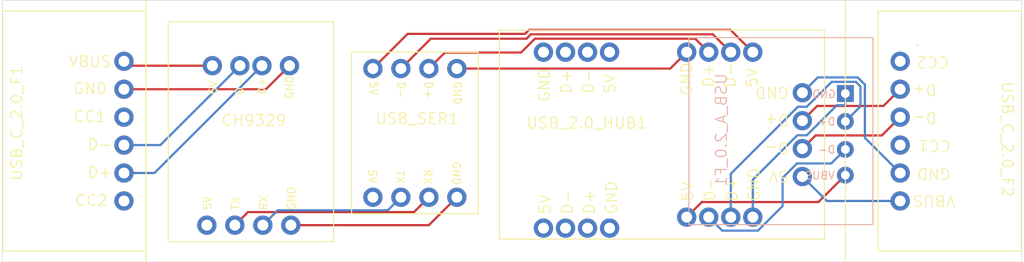
<source format=kicad_pcb>
(kicad_pcb (version 20241229) (generator "pcbnew") (generator_version "9.0")
  (layers (0 "F.Cu" signal) (2 "B.Cu" signal) (13 "F.Paste" user) (15 "B.Paste" user) (5 "F.SilkS" user "F.Silkscreen") (7 "B.SilkS" user "B.Silkscreen") (1 "F.Mask" user) (3 "B.Mask" user) (25 "Edge.Cuts" user))
  (net 0 "")
  (net 1 "Net-(USB_C_2.0_F1-GND)")
  (net 2 "Net-(USB_C_2.0_F1-VBUS)")
  (net 3 "Net-(USB_2.0_HUB1-GND-Pad5)")
  (net 5 "Net-(USB_A_2.0_F1-GND)")
  (net 6 "Net-(USB_C_2.0_F2-GND)")
  (net 8 "Net-(USB_C_2.0_F2-VBUS)")
  (net 9 "Net-(USB_A_2.0_F1-VBUS)")
  (net 10 "Net-(CH9329-GND-Pad8)")
  (net 11 "Net-(CH9329-D+)")
  (net 13 "Net-(CH9329-RX)")
  (net 14 "Net-(USB_C_2.0_F2-D-)")
  (net 15 "Net-(CH9329-TX)")
  (net 16 "Net-(CH9329-D-)")
  (net 18 "Net-(USB_A_2.0_F1-D+)")
  (net 19 "Net-(USB_2.0_HUB1-5v-Pad8)")
  (net 21 "Net-(USB_C_2.0_F2-D+)")
  (net 23 "Net-(USB_SER1-D+)")
  (net 25 "Net-(USB_SER1-D-)")
  (net 28 "Net-(USB_A_2.0_F1-D-)")
  (footprint "breakout-components:CH340_TO_USB_2.0" (layer "F.Cu") (at 151.68 92.91 180)
    (property "Reference" "USB_SER1" (at 5.55 8.65 0) (layer "F.SilkS") (effects (font (thickness 0.1))))
    (property "Value" "~")
    (fp_rect (start 0 0) (end 11.5 14.7) (stroke (width 0.1)) (fill no) (layer "F.SilkS"))
    (fp_text user "GND" (at 2.32 12.1 270) (layer "F.SilkS") (effects (font (size 0.7 0.7) (thickness 0.1)) (justify left bottom)))
    (fp_text user "5V" (at 10.02 4.1 270) (layer "F.SilkS") (effects (font (size 0.7 0.7) (thickness 0.1)) (justify left bottom)))
    (fp_text user "GND" (at 2.4 4.8 270) (layer "F.SilkS") (effects (font (size 0.7 0.7) (thickness 0.1)) (justify left bottom)))
    (fp_text user "5V" (at 9.92 12.1 270) (layer "F.SilkS") (effects (font (size 0.7 0.7) (thickness 0.1)) (justify left bottom)))
    (fp_text user "RX" (at 5 4.1 270) (layer "F.SilkS") (effects (font (size 0.7 0.7) (thickness 0.1)) (justify left bottom)))
    (fp_text user "D-" (at 7.42 12.1 270) (layer "F.SilkS") (effects (font (size 0.7 0.7) (thickness 0.1)) (justify left bottom)))
    (fp_text user "TX" (at 7.5 4 270) (layer "F.SilkS") (effects (font (size 0.7 0.7) (thickness 0.1)) (justify left bottom)))
    (fp_text user "D+" (at 4.92 12.1 270) (layer "F.SilkS") (effects (font (size 0.7 0.7) (thickness 0.1)) (justify left bottom)))
    (pad "1" thru_hole circle (at 1.94 1.5 180) (size 1.75 1.75) (drill 1) (layers "*.Cu" "*.Mask") (net 10 "Net-(CH9329-GND-Pad8)"))
    (pad "2" thru_hole circle (at 4.48 1.5 180) (size 1.75 1.75) (drill 1) (layers "*.Cu" "*.Mask") (net 15 "Net-(CH9329-TX)"))
    (pad "3" thru_hole circle (at 7.02 1.5 180) (size 1.75 1.75) (drill 1) (layers "*.Cu" "*.Mask") (net 13 "Net-(CH9329-RX)"))
    (pad "4" thru_hole circle (at 9.56 1.5 180) (size 1.75 1.75) (drill 1) (layers "*.Cu" "*.Mask"))
    (pad "5" thru_hole circle (at 1.94 13.2 180) (size 1.75 1.75) (drill 1) (layers "*.Cu" "*.Mask") (net 3 "Net-(USB_2.0_HUB1-GND-Pad5)"))
    (pad "6" thru_hole circle (at 4.48 13.2 180) (size 1.75 1.75) (drill 1) (layers "*.Cu" "*.Mask") (net 23 "Net-(USB_SER1-D+)"))
    (pad "7" thru_hole circle (at 7.02 13.2 180) (size 1.75 1.75) (drill 1) (layers "*.Cu" "*.Mask") (net 25 "Net-(USB_SER1-D-)"))
    (pad "8" thru_hole circle (at 9.56 13.2 180) (size 1.75 1.75) (drill 1) (layers "*.Cu" "*.Mask") (net 19 "Net-(USB_2.0_HUB1-5v-Pad8)"))
  )
  (footprint "breakout-components:USB_C_2.0_F" (layer "F.Cu") (at 108.525 74.5)
    (property "Reference" "USB_C_2.0_F1" (at 1.27 10.16 90) (layer "F.SilkS") (effects (font (thickness 0.1))))
    (property "Value" "~")
    (fp_rect (start 0 0) (end 13 21.8) (stroke (width 0.1)) (fill no) (layer "F.SilkS"))
    (fp_text user "CC2" (at 6.5 17.78 0) (layer "F.SilkS") (effects (font (thickness 0.1)) (justify left bottom)))
    (fp_text user "GND" (at 6.35 7.62 0) (layer "F.SilkS") (effects (font (thickness 0.1)) (justify left bottom)))
    (fp_text user "D+" (at 7.62 15.24 0) (layer "F.SilkS") (effects (font (thickness 0.1)) (justify left bottom)))
    (fp_text user "CC1" (at 6.35 10.16 0) (layer "F.SilkS") (effects (font (thickness 0.1)) (justify left bottom)))
    (fp_text user "D-" (at 7.62 12.7 0) (layer "F.SilkS") (effects (font (thickness 0.1)) (justify left bottom)))
    (fp_text user "VBUS" (at 5.932742 5.166955 0) (layer "F.SilkS") (effects (font (thickness 0.1)) (justify left bottom)))
    (pad "1" thru_hole circle (at 11 4.55) (size 1.75 1.75) (drill 1) (layers "*.Cu" "*.Mask") (net 2 "Net-(USB_C_2.0_F1-VBUS)"))
    (pad "2" thru_hole circle (at 11 7.09) (size 1.75 1.75) (drill 1) (layers "*.Cu" "*.Mask") (net 1 "Net-(USB_C_2.0_F1-GND)"))
    (pad "3" thru_hole circle (at 11 9.63) (size 1.75 1.75) (drill 1) (layers "*.Cu" "*.Mask"))
    (pad "4" thru_hole circle (at 11 12.17) (size 1.75 1.75) (drill 1) (layers "*.Cu" "*.Mask") (net 16 "Net-(CH9329-D-)"))
    (pad "5" thru_hole circle (at 11 14.71) (size 1.75 1.75) (drill 1) (layers "*.Cu" "*.Mask") (net 11 "Net-(CH9329-D+)"))
    (pad "6" thru_hole circle (at 11 17.25) (size 1.75 1.75) (drill 1) (layers "*.Cu" "*.Mask"))
  )
  (footprint "breakout-components:USB_2.0_HUB" (layer "F.Cu") (at 153.6 95.22 90)
    (property "Reference" "USB_2.0_HUB1" (at 10.56 7.93 0) (layer "F.SilkS") (effects (font (thickness 0.1))))
    (property "Value" "~")
    (fp_rect (start 0 0) (end 19 29.5) (stroke (width 0.1)) (fill no) (layer "F.SilkS"))
    (fp_text user "5V" (at 13.7128 23.528847 90) (layer "F.SilkS") (effects (font (thickness 0.1)) (justify left bottom)))
    (fp_text user "D-" (at 3.357694 19.696759 90) (layer "F.SilkS") (effects (font (thickness 0.1)) (justify left bottom)))
    (fp_text user "D+" (at 2.190921 8.745585 90) (layer "F.SilkS") (effects (font (thickness 0.1)) (justify left bottom)))
    (fp_text user "D+" (at 13.711785 19.565455 90) (layer "F.SilkS") (effects (font (thickness 0.1)) (justify left bottom)))
    (fp_text user "GND" (at 12.96505 17.574163 90) (layer "F.SilkS") (effects (font (thickness 0.1)) (justify left bottom)))
    (fp_text user "GND" (at 2.190921 10.745585 90) (layer "F.SilkS") (effects (font (thickness 0.1)) (justify left bottom)))
    (fp_text user "GND" (at 13.922734 26.327746 180) (layer "F.SilkS") (effects (font (thickness 0.1)) (justify left bottom)))
    (fp_text user "5V" (at 3.352694 17.676759 90) (layer "F.SilkS") (effects (font (thickness 0.1)) (justify left bottom)))
    (fp_text user "5V" (at 13.15275 10.624684 90) (layer "F.SilkS") (effects (font (thickness 0.1)) (justify left bottom)))
    (fp_text user "D+" (at 13.151735 6.661292 90) (layer "F.SilkS") (effects (font (thickness 0.1)) (justify left bottom)))
    (fp_text user "GND" (at 12.405 4.67 90) (layer "F.SilkS") (effects (font (thickness 0.1)) (justify left bottom)))
    (fp_text user "GND" (at 3.357694 23.696759 90) (layer "F.SilkS") (effects (font (thickness 0.1)) (justify left bottom)))
    (fp_text user "D-" (at 13.7128 21.528847 90) (layer "F.SilkS") (effects (font (thickness 0.1)) (justify left bottom)))
    (fp_text user "D-" (at 8.882276 26.327746 180) (layer "F.SilkS") (effects (font (thickness 0.1)) (justify left bottom)))
    (fp_text user "5V" (at 6.315377 26.327746 180) (layer "F.SilkS") (effects (font (thickness 0.1)) (justify left bottom)))
    (fp_text user "D-" (at 13.15275 8.624684 90) (layer "F.SilkS") (effects (font (thickness 0.1)) (justify left bottom)))
    (fp_text user "D-" (at 2.190921 6.745585 90) (layer "F.SilkS") (effects (font (thickness 0.1)) (justify left bottom)))
    (fp_text user "D+" (at 3.357694 21.696759 90) (layer "F.SilkS") (effects (font (thickness 0.1)) (justify left bottom)))
    (fp_text user "D+" (at 11.433619 26.35886 180) (layer "F.SilkS") (effects (font (thickness 0.1)) (justify left bottom)))
    (fp_text user "5V" (at 2.185921 4.725585 90) (layer "F.SilkS") (effects (font (thickness 0.1)) (justify left bottom)))
    (pad "1" thru_hole circle (at 17 4 90) (size 1.75 1.75) (drill 1) (layers "*.Cu" "*.Mask"))
    (pad "2" thru_hole circle (at 17 6 90) (size 1.75 1.75) (drill 1) (layers "*.Cu" "*.Mask"))
    (pad "3" thru_hole circle (at 17 8 90) (size 1.75 1.75) (drill 1) (layers "*.Cu" "*.Mask"))
    (pad "4" thru_hole circle (at 17 10 90) (size 1.75 1.75) (drill 1) (layers "*.Cu" "*.Mask"))
    (pad "5" thru_hole circle (at 17 17 90) (size 1.75 1.75) (drill 1) (layers "*.Cu" "*.Mask") (net 3 "Net-(USB_2.0_HUB1-GND-Pad5)"))
    (pad "6" thru_hole circle (at 17 19 90) (size 1.75 1.75) (drill 1) (layers "*.Cu" "*.Mask") (net 23 "Net-(USB_SER1-D+)"))
    (pad "7" thru_hole circle (at 17 21 90) (size 1.75 1.75) (drill 1) (layers "*.Cu" "*.Mask") (net 25 "Net-(USB_SER1-D-)"))
    (pad "8" thru_hole circle (at 17 23 90) (size 1.75 1.75) (drill 1) (layers "*.Cu" "*.Mask") (net 19 "Net-(USB_2.0_HUB1-5v-Pad8)"))
    (pad "9" thru_hole circle (at 13.31 27.5 90) (size 1.75 1.75) (drill 1) (layers "*.Cu" "*.Mask") (net 6 "Net-(USB_C_2.0_F2-GND)"))
    (pad "10" thru_hole circle (at 10.77 27.5 90) (size 1.75 1.75) (drill 1) (layers "*.Cu" "*.Mask") (net 21 "Net-(USB_C_2.0_F2-D+)"))
    (pad "11" thru_hole circle (at 8.23 27.5 90) (size 1.75 1.75) (drill 1) (layers "*.Cu" "*.Mask") (net 14 "Net-(USB_C_2.0_F2-D-)"))
    (pad "12" thru_hole circle (at 5.69 27.5 90) (size 1.75 1.75) (drill 1) (layers "*.Cu" "*.Mask") (net 8 "Net-(USB_C_2.0_F2-VBUS)"))
    (pad "13" thru_hole circle (at 2 23 90) (size 1.75 1.75) (drill 1) (layers "*.Cu" "*.Mask") (net 5 "Net-(USB_A_2.0_F1-GND)"))
    (pad "14" thru_hole circle (at 2 21 90) (size 1.75 1.75) (drill 1) (layers "*.Cu" "*.Mask") (net 18 "Net-(USB_A_2.0_F1-D+)"))
    (pad "15" thru_hole circle (at 2 19 90) (size 1.75 1.75) (drill 1) (layers "*.Cu" "*.Mask") (net 28 "Net-(USB_A_2.0_F1-D-)"))
    (pad "16" thru_hole circle (at 2 17 90) (size 1.75 1.75) (drill 1) (layers "*.Cu" "*.Mask") (net 9 "Net-(USB_A_2.0_F1-VBUS)"))
    (pad "17" thru_hole circle (at 1 10 90) (size 1.75 1.75) (drill 1) (layers "*.Cu" "*.Mask"))
    (pad "18" thru_hole circle (at 1 8 90) (size 1.75 1.75) (drill 1) (layers "*.Cu" "*.Mask"))
    (pad "19" thru_hole circle (at 1 6 90) (size 1.75 1.75) (drill 1) (layers "*.Cu" "*.Mask"))
    (pad "20" thru_hole circle (at 1 4 90) (size 1.75 1.75) (drill 1) (layers "*.Cu" "*.Mask"))
  )
  (footprint "breakout-components:CH9329_UART_TO_USB_2.0" (layer "F.Cu") (at 123.55 75.45)
    (property "Reference" "CH9329" (at 7.76 8.97 0) (layer "F.SilkS") (effects (font (thickness 0.1))))
    (property "Value" "~")
    (fp_rect (start 0 0) (end 15 20) (stroke (width 0.1)) (fill no) (layer "F.SilkS"))
    (fp_text user "GND" (at 11.6 17.2 90) (layer "F.SilkS") (effects (font (size 0.7 0.7) (thickness 0.1)) (justify left bottom)))
    (fp_text user "5V" (at 4.5 6.7 90) (layer "F.SilkS") (effects (font (size 0.7 0.7) (thickness 0.1)) (justify left bottom)))
    (fp_text user "RX" (at 9.06 17.2 90) (layer "F.SilkS") (effects (font (size 0.7 0.7) (thickness 0.1)) (justify left bottom)))
    (fp_text user "D-" (at 6.9 6.7 90) (layer "F.SilkS") (effects (font (size 0.7 0.7) (thickness 0.1)) (justify left bottom)))
    (fp_text user "5V" (at 3.98 17.2 90) (layer "F.SilkS") (effects (font (size 0.7 0.7) (thickness 0.1)) (justify left bottom)))
    (fp_text user "D+" (at 8.9 6.7 90) (layer "F.SilkS") (effects (font (size 0.7 0.7) (thickness 0.1)) (justify left bottom)))
    (fp_text user "TX" (at 6.52 17.2 90) (layer "F.SilkS") (effects (font (size 0.7 0.7) (thickness 0.1)) (justify left bottom)))
    (fp_text user "GND" (at 11.4 7.1 90) (layer "F.SilkS") (effects (font (size 0.7 0.7) (thickness 0.1)) (justify left bottom)))
    (pad "1" thru_hole circle (at 4 4) (size 1.75 1.75) (drill 1) (layers "*.Cu" "*.Mask") (net 2 "Net-(USB_C_2.0_F1-VBUS)"))
    (pad "2" thru_hole circle (at 6.5 4) (size 1.75 1.75) (drill 1) (layers "*.Cu" "*.Mask") (net 16 "Net-(CH9329-D-)"))
    (pad "3" thru_hole circle (at 8.5 4) (size 1.75 1.75) (drill 1) (layers "*.Cu" "*.Mask") (net 11 "Net-(CH9329-D+)"))
    (pad "4" thru_hole circle (at 11 4) (size 1.75 1.75) (drill 1) (layers "*.Cu" "*.Mask") (net 1 "Net-(USB_C_2.0_F1-GND)"))
    (pad "5" thru_hole circle (at 3.5 18.5) (size 1.75 1.75) (drill 1) (layers "*.Cu" "*.Mask"))
    (pad "6" thru_hole circle (at 6.04 18.5) (size 1.75 1.75) (drill 1) (layers "*.Cu" "*.Mask") (net 15 "Net-(CH9329-TX)"))
    (pad "7" thru_hole circle (at 8.58 18.5) (size 1.75 1.75) (drill 1) (layers "*.Cu" "*.Mask") (net 13 "Net-(CH9329-RX)"))
    (pad "8" thru_hole circle (at 11.12 18.5) (size 1.75 1.75) (drill 1) (layers "*.Cu" "*.Mask") (net 10 "Net-(CH9329-GND-Pad8)"))
  )
  (footprint "breakout-components:USB_C_2.0_F" (layer "F.Cu") (at 200.975 96.3 180)
    (property "Reference" "USB_C_2.0_F2" (at 1.27 10.16 270) (layer "F.SilkS") (effects (font (thickness 0.1))))
    (property "Value" "~")
    (fp_rect (start 0 0) (end 13 21.8) (stroke (width 0.1)) (fill no) (layer "F.SilkS"))
    (fp_text user "GND" (at 6.35 7.62 180) (layer "F.SilkS") (effects (font (thickness 0.1)) (justify left bottom)))
    (fp_text user "CC2" (at 6.5 17.78 180) (layer "F.SilkS") (effects (font (thickness 0.1)) (justify left bottom)))
    (fp_text user "CC1" (at 6.35 10.16 180) (layer "F.SilkS") (effects (font (thickness 0.1)) (justify left bottom)))
    (fp_text user "D-" (at 7.62 12.7 180) (layer "F.SilkS") (effects (font (thickness 0.1)) (justify left bottom)))
    (fp_text user "D+" (at 7.62 15.24 180) (layer "F.SilkS") (effects (font (thickness 0.1)) (justify left bottom)))
    (fp_text user "VBUS" (at 5.932742 5.166955 180) (layer "F.SilkS") (effects (font (thickness 0.1)) (justify left bottom)))
    (pad "1" thru_hole circle (at 11 4.55 180) (size 1.75 1.75) (drill 1) (layers "*.Cu" "*.Mask") (net 8 "Net-(USB_C_2.0_F2-VBUS)"))
    (pad "2" thru_hole circle (at 11 7.09 180) (size 1.75 1.75) (drill 1) (layers "*.Cu" "*.Mask") (net 6 "Net-(USB_C_2.0_F2-GND)"))
    (pad "3" thru_hole circle (at 11 9.63 180) (size 1.75 1.75) (drill 1) (layers "*.Cu" "*.Mask"))
    (pad "4" thru_hole circle (at 11 12.17 180) (size 1.75 1.75) (drill 1) (layers "*.Cu" "*.Mask") (net 14 "Net-(USB_C_2.0_F2-D-)"))
    (pad "5" thru_hole circle (at 11 14.71 180) (size 1.75 1.75) (drill 1) (layers "*.Cu" "*.Mask") (net 21 "Net-(USB_C_2.0_F2-D+)"))
    (pad "6" thru_hole circle (at 11 17.25 180) (size 1.75 1.75) (drill 1) (layers "*.Cu" "*.Mask"))
  )
  (footprint "breakout-components:USB_A_2.0_F" (layer "B.Cu") (at 170.8 76.9 -90)
    (property "Reference" "USB_A_2.0_F1" (at 8.399999 -2.939114 90) (layer "B.SilkS") (effects (font (thickness 0.1)) (justify mirror)))
    (property "Value" "~")
    (fp_line (start 0 0) (end 17 0) (stroke (width 0.1)) (layer "B.SilkS"))
    (fp_line (start 17 0) (end 17 -16.7) (stroke (width 0.1)) (layer "B.SilkS"))
    (fp_line (start 0 -16.7) (end 0 0) (stroke (width 0.1)) (layer "B.SilkS"))
    (fp_line (start 17 -16.7) (end 0 -16.7) (stroke (width 0.1)) (layer "B.SilkS"))
    (fp_rect (start 0.7 -20.7) (end 0.7 -20.8) (stroke (width 0.1)) (fill no) (layer "B.SilkS"))
    (fp_text user "GND" (at 5.55 -13.4 0) (layer "B.SilkS") (effects (font (size 0.7 0.7) (thickness 0.1)) (justify left bottom mirror)))
    (fp_text user "VBUS" (at 12.95 -13.3 0) (layer "B.SilkS") (effects (font (size 0.7 0.7) (thickness 0.1)) (justify left bottom mirror)))
    (fp_text user "D-" (at 10.6 -13.35 0) (layer "B.SilkS") (effects (font (size 0.7 0.7) (thickness 0.1)) (justify left bottom mirror)))
    (fp_text user "D+" (at 8.05 -13.35 0) (layer "B.SilkS") (effects (font (size 0.7 0.7) (thickness 0.1)) (justify left bottom mirror)))
    (pad "1" thru_hole rect (at 5.08 -14.2 270) (size 1.524 1.524) (drill 0.8) (layers "*.Cu" "*.Mask") (net 5 "Net-(USB_A_2.0_F1-GND)"))
    (pad "2" thru_hole circle (at 7.62 -14.2 270) (size 1.524 1.524) (drill 0.8) (layers "*.Cu" "*.Mask") (net 18 "Net-(USB_A_2.0_F1-D+)"))
    (pad "3" thru_hole circle (at 10.16 -14.2 270) (size 1.524 1.524) (drill 0.8) (layers "*.Cu" "*.Mask") (net 28 "Net-(USB_A_2.0_F1-D-)"))
    (pad "4" thru_hole circle (at 12.5 -14.2 270) (size 1.524 1.524) (drill 0.8) (layers "*.Cu" "*.Mask") (net 9 "Net-(USB_A_2.0_F1-VBUS)"))
  )
  (gr_line (start 185 89.6) (end 185 73.53) (stroke (width 0.1)) (layer "F.SilkS"))
  (gr_line (start 121.525 97.27) (end 121.525 73.53) (stroke (width 0.1)) (layer "F.SilkS"))
  (gr_line (start 185 89.6) (end 185 97.27) (stroke (width 0.1)) (layer "F.SilkS"))
  (gr_rect (start 108.5 73.5) (end 201 97.3) (stroke (width 0.05)) (fill no) (layer "Edge.Cuts"))
  (segment (start 132.41 81.59) (end 134.55 79.45) (width 0.2) (layer "F.Cu") (net 1))
  (segment (start 119.525 81.59) (end 132.41 81.59) (width 0.2) (layer "F.Cu") (net 1))
  (segment (start 127.55 79.45) (end 119.925 79.45) (width 0.2) (layer "F.Cu") (net 2))
  (segment (start 119.925 79.45) (end 119.525 79.05) (width 0.2) (layer "F.Cu") (net 2))
  (segment (start 170.6 78.22) (end 169.11 79.71) (width 0.2) (layer "F.Cu") (net 3))
  (segment (start 169.11 79.71) (end 149.74 79.71) (width 0.2) (layer "F.Cu") (net 3))
  (segment (start 184.2303 83.0437) (end 185 83.0437) (width 0.2) (layer "B.Cu") (net 5))
  (segment (start 176.6 89.8152) (end 180.6367 85.7785) (width 0.2) (layer "B.Cu") (net 5))
  (segment (start 176.6 93.22) (end 176.6 89.8152) (width 0.2) (layer "B.Cu") (net 5))
  (segment (start 180.6367 85.7785) (end 181.4955 85.7785) (width 0.2) (layer "B.Cu") (net 5))
  (segment (start 181.4955 85.7785) (end 184.2303 83.0437) (width 0.2) (layer "B.Cu") (net 5))
  (segment (start 185 81.98) (end 185 83.0437) (width 0.2) (layer "B.Cu") (net 5))
  (segment (start 186.1176 80.5146) (end 182.4954 80.5146) (width 0.2) (layer "B.Cu") (net 6))
  (segment (start 186.7724 86.0074) (end 186.7724 81.1694) (width 0.2) (layer "B.Cu") (net 6))
  (segment (start 189.975 89.21) (end 186.7724 86.0074) (width 0.2) (layer "B.Cu") (net 6))
  (segment (start 182.4954 80.5146) (end 181.1 81.91) (width 0.2) (layer "B.Cu") (net 6))
  (segment (start 186.7724 81.1694) (end 186.1176 80.5146) (width 0.2) (layer "B.Cu") (net 6))
  (segment (start 189.975 91.75) (end 183.32 91.75) (width 0.2) (layer "B.Cu") (net 8))
  (segment (start 183.32 91.75) (end 181.1 89.53) (width 0.2) (layer "B.Cu") (net 8))
  (segment (start 170.6 93.22) (end 171.972 91.848) (width 0.2) (layer "F.Cu") (net 9))
  (segment (start 182.552 91.848) (end 185 89.4) (width 0.2) (layer "F.Cu") (net 9))
  (segment (start 171.972 91.848) (end 182.552 91.848) (width 0.2) (layer "F.Cu") (net 9))
  (segment (start 147.2 93.95) (end 149.74 91.41) (width 0.2) (layer "F.Cu") (net 10))
  (segment (start 134.67 93.95) (end 147.2 93.95) (width 0.2) (layer "F.Cu") (net 10))
  (segment (start 122.29 89.21) (end 119.525 89.21) (width 0.2) (layer "B.Cu") (net 11))
  (segment (start 132.05 79.45) (end 122.29 89.21) (width 0.2) (layer "B.Cu") (net 11))
  (segment (start 143.4689 92.6011) (end 133.4789 92.6011) (width 0.2) (layer "B.Cu") (net 13))
  (segment (start 133.4789 92.6011) (end 132.13 93.95) (width 0.2) (layer "B.Cu") (net 13))
  (segment (start 144.66 91.41) (end 143.4689 92.6011) (width 0.2) (layer "B.Cu") (net 13))
  (segment (start 188.315 85.79) (end 189.975 84.13) (width 0.2) (layer "F.Cu") (net 14))
  (segment (start 182.3 85.79) (end 188.315 85.79) (width 0.2) (layer "F.Cu") (net 14))
  (segment (start 181.1 86.99) (end 182.3 85.79) (width 0.2) (layer "F.Cu") (net 14))
  (segment (start 129.59 93.95) (end 130.7787 92.7613) (width 0.2) (layer "F.Cu") (net 15))
  (segment (start 130.7787 92.7613) (end 145.8487 92.7613) (width 0.2) (layer "F.Cu") (net 15))
  (segment (start 145.8487 92.7613) (end 147.2 91.41) (width 0.2) (layer "F.Cu") (net 15))
  (segment (start 122.83 86.67) (end 119.525 86.67) (width 0.2) (layer "B.Cu") (net 16))
  (segment (start 130.05 79.45) (end 122.83 86.67) (width 0.2) (layer "B.Cu") (net 16))
  (segment (start 181.4991 83.18) (end 183.7628 80.9163) (width 0.2) (layer "B.Cu") (net 18))
  (segment (start 183.7628 80.9163) (end 185.9513 80.9163) (width 0.2) (layer "B.Cu") (net 18))
  (segment (start 174.6 93.22) (end 174.6 89.2796) (width 0.2) (layer "B.Cu") (net 18))
  (segment (start 186.3707 81.3357) (end 186.3707 83.1493) (width 0.2) (layer "B.Cu") (net 18))
  (segment (start 185.9513 80.9163) (end 186.3707 81.3357) (width 0.2) (layer "B.Cu") (net 18))
  (segment (start 180.6996 83.18) (end 181.4991 83.18) (width 0.2) (layer "B.Cu") (net 18))
  (segment (start 174.6 89.2796) (end 180.6996 83.18) (width 0.2) (layer "B.Cu") (net 18))
  (segment (start 186.3707 83.1493) (end 185 84.52) (width 0.2) (layer "B.Cu") (net 18))
  (segment (start 155.9299 76.5535) (end 145.2765 76.5535) (width 0.2) (layer "F.Cu") (net 19))
  (segment (start 145.2765 76.5535) (end 142.12 79.71) (width 0.2) (layer "F.Cu") (net 19))
  (segment (start 176.6 78.22) (end 174.5712 76.1912) (width 0.2) (layer "F.Cu") (net 19))
  (segment (start 174.5712 76.1912) (end 156.2922 76.1912) (width 0.2) (layer "F.Cu") (net 19))
  (segment (start 156.0568 76.4266) (end 155.9299 76.5535) (width 0.2) (layer "F.Cu") (net 19))
  (segment (start 156.0568 76.4266) (end 155.9299 76.5535) (width 0.2) (layer "F.Cu") (net 19))
  (segment (start 156.2922 76.1912) (end 156.0568 76.4266) (width 0.2) (layer "F.Cu") (net 19))
  (segment (start 181.1 84.45) (end 182.4416 83.1084) (width 0.2) (layer "F.Cu") (net 21))
  (segment (start 182.4416 83.1084) (end 188.4566 83.1084) (width 0.2) (layer "F.Cu") (net 21))
  (segment (start 188.4566 83.1084) (end 189.975 81.59) (width 0.2) (layer "F.Cu") (net 21))
  (segment (start 171.3746 76.9946) (end 156.825 76.9946) (width 0.2) (layer "F.Cu") (net 23))
  (segment (start 155.5692 78.2504) (end 148.6596 78.2504) (width 0.2) (layer "F.Cu") (net 23))
  (segment (start 148.6596 78.2504) (end 147.2 79.71) (width 0.2) (layer "F.Cu") (net 23))
  (segment (start 172.6 78.22) (end 171.3746 76.9946) (width 0.2) (layer "F.Cu") (net 23))
  (segment (start 156.825 76.9946) (end 155.5692 78.2504) (width 0.2) (layer "F.Cu") (net 23))
  (segment (start 172.9729 76.5929) (end 156.4585 76.5929) (width 0.2) (layer "F.Cu") (net 25))
  (segment (start 174.6 78.22) (end 172.9729 76.5929) (width 0.2) (layer "F.Cu") (net 25))
  (segment (start 147.3754 76.9946) (end 144.66 79.71) (width 0.2) (layer "F.Cu") (net 25))
  (segment (start 156.4585 76.5929) (end 156.2231 76.8283) (width 0.2) (layer "F.Cu") (net 25))
  (segment (start 156.2231 76.8283) (end 156.0568 76.9946) (width 0.2) (layer "F.Cu") (net 25))
  (segment (start 156.0568 76.9946) (end 147.3754 76.9946) (width 0.2) (layer "F.Cu") (net 25))
  (segment (start 156.2231 76.8283) (end 156.0568 76.9946) (width 0.2) (layer "F.Cu") (net 25))
  (segment (start 183.7222 88.3378) (end 185 87.06) (width 0.2) (layer "B.Cu") (net 28))
  (segment (start 177.0714 94.4463) (end 179.304 92.2137) (width 0.2) (layer "B.Cu") (net 28))
  (segment (start 179.304 92.2137) (end 179.304 89.6452) (width 0.2) (layer "B.Cu") (net 28))
  (segment (start 173.8263 94.4463) (end 177.0714 94.4463) (width 0.2) (layer "B.Cu") (net 28))
  (segment (start 179.304 89.6452) (end 180.6114 88.3378) (width 0.2) (layer "B.Cu") (net 28))
  (segment (start 172.6 93.22) (end 173.8263 94.4463) (width 0.2) (layer "B.Cu") (net 28))
  (segment (start 180.6114 88.3378) (end 183.7222 88.3378) (width 0.2) (layer "B.Cu") (net 28))
)
</source>
